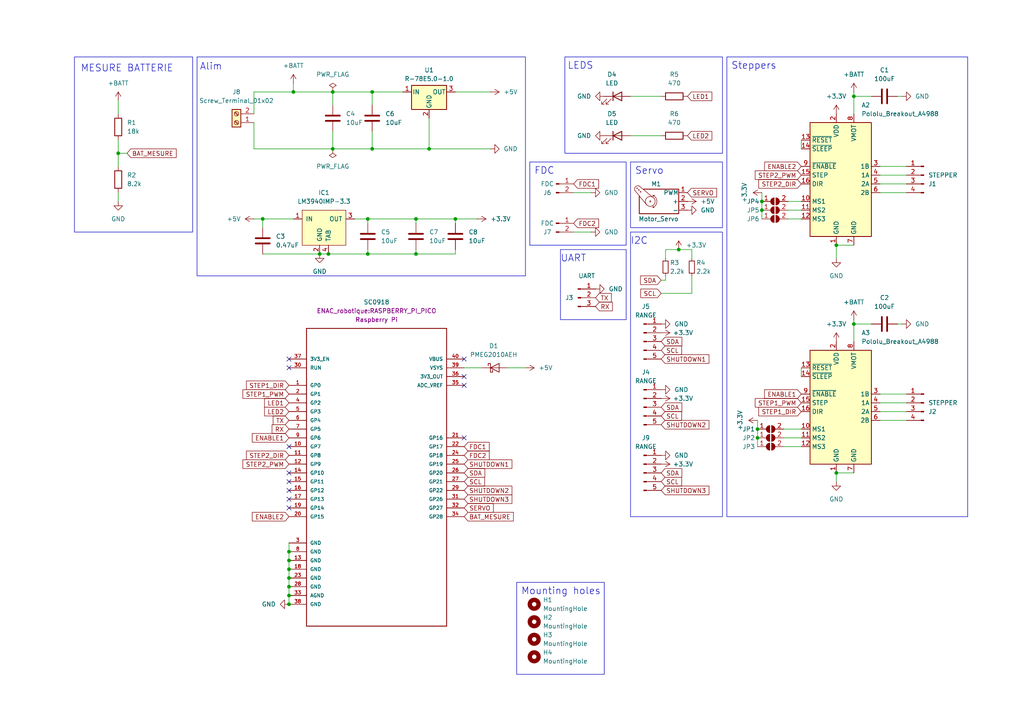
<source format=kicad_sch>
(kicad_sch (version 20231120) (generator "eeschema") (generator_version "8.0")
  (paper "A4")
  (lib_symbols
    (symbol "+3.3V_2" (power) (pin_numbers hide) (pin_names (offset 0) hide)
      (property "Value" "+3.3V" (at 0 3.556 0))
      (symbol "+3.3V_2_0_1"
        (polyline (pts (xy -0.762 1.27) (xy 0 2.54)))
        (polyline (pts (xy 0 0) (xy 0 2.54)))
        (polyline (pts (xy 0 2.54) (xy 0.762 1.27)))
      )
      (symbol "+3.3V_2_1_1"
        (pin power_in line (at 0 0 90) (length 0) (name "~") (number "1"))
      )
    )
    (symbol "Connector:Conn_01x02_Pin" (pin_names (offset 1.016) hide)
      (property "Reference" "J" (at 0 2.54 0))
      (property "Value" "Conn_01x02_Pin" (at 0 -5.08 0))
      (symbol "Conn_01x02_Pin_1_1"
        (polyline (pts (xy 1.27 -2.54) (xy 0.8636 -2.54)) (stroke (width 0.1524)))
        (polyline (pts (xy 1.27 0) (xy 0.8636 0)) (stroke (width 0.1524)))
        (rectangle (start 0.8636 -2.413) (end 0 -2.667) (stroke (width 0.1524)) (fill (type outline)))
        (rectangle (start 0.8636 0.127) (end 0 -0.127) (stroke (width 0.1524)) (fill (type outline)))
        (pin passive line (at 5.08 0 180) (length 3.81) (name "Pin_1") (number "1"))
        (pin passive line (at 5.08 -2.54 180) (length 3.81) (name "Pin_2") (number "2"))
      )
    )
    (symbol "Connector:Conn_01x03_Pin" (pin_names (offset 1.016) hide)
      (property "Reference" "J" (at 0 5.08 0))
      (property "Value" "Conn_01x03_Pin" (at 0 -5.08 0))
      (symbol "Conn_01x03_Pin_1_1"
        (polyline (pts (xy 1.27 -2.54) (xy 0.8636 -2.54)) (stroke (width 0.1524)))
        (polyline (pts (xy 1.27 0) (xy 0.8636 0)) (stroke (width 0.1524)))
        (polyline (pts (xy 1.27 2.54) (xy 0.8636 2.54)) (stroke (width 0.1524)))
        (rectangle (start 0.8636 -2.413) (end 0 -2.667) (stroke (width 0.1524)) (fill (type outline)))
        (rectangle (start 0.8636 0.127) (end 0 -0.127) (stroke (width 0.1524)) (fill (type outline)))
        (rectangle (start 0.8636 2.667) (end 0 2.413) (stroke (width 0.1524)) (fill (type outline)))
        (pin passive line (at 5.08 2.54 180) (length 3.81) (name "Pin_1") (number "1"))
        (pin passive line (at 5.08 0 180) (length 3.81) (name "Pin_2") (number "2"))
        (pin passive line (at 5.08 -2.54 180) (length 3.81) (name "Pin_3") (number "3"))
      )
    )
    (symbol "Connector:Conn_01x04_Pin" (pin_names (offset 1.016) hide)
      (property "Reference" "J" (at 0 5.08 0))
      (property "Value" "Conn_01x04_Pin" (at 0 -7.62 0))
      (symbol "Conn_01x04_Pin_1_1"
        (polyline (pts (xy 1.27 -5.08) (xy 0.8636 -5.08)) (stroke (width 0.1524)))
        (polyline (pts (xy 1.27 -2.54) (xy 0.8636 -2.54)) (stroke (width 0.1524)))
        (polyline (pts (xy 1.27 0) (xy 0.8636 0)) (stroke (width 0.1524)))
        (polyline (pts (xy 1.27 2.54) (xy 0.8636 2.54)) (stroke (width 0.1524)))
        (rectangle (start 0.8636 -4.953) (end 0 -5.207) (stroke (width 0.1524)) (fill (type outline)))
        (rectangle (start 0.8636 -2.413) (end 0 -2.667) (stroke (width 0.1524)) (fill (type outline)))
        (rectangle (start 0.8636 0.127) (end 0 -0.127) (stroke (width 0.1524)) (fill (type outline)))
        (rectangle (start 0.8636 2.667) (end 0 2.413) (stroke (width 0.1524)) (fill (type outline)))
        (pin passive line (at 5.08 2.54 180) (length 3.81) (name "Pin_1") (number "1"))
        (pin passive line (at 5.08 0 180) (length 3.81) (name "Pin_2") (number "2"))
        (pin passive line (at 5.08 -2.54 180) (length 3.81) (name "Pin_3") (number "3"))
        (pin passive line (at 5.08 -5.08 180) (length 3.81) (name "Pin_4") (number "4"))
      )
    )
    (symbol "Connector:Conn_01x05_Pin" (pin_names (offset 1.016) hide)
      (property "Reference" "J" (at 0 7.62 0))
      (property "Value" "Conn_01x05_Pin" (at 0 -7.62 0))
      (symbol "Conn_01x05_Pin_1_1"
        (polyline (pts (xy 1.27 -5.08) (xy 0.8636 -5.08)) (stroke (width 0.1524)))
        (polyline (pts (xy 1.27 -2.54) (xy 0.8636 -2.54)) (stroke (width 0.1524)))
        (polyline (pts (xy 1.27 0) (xy 0.8636 0)) (stroke (width 0.1524)))
        (polyline (pts (xy 1.27 2.54) (xy 0.8636 2.54)) (stroke (width 0.1524)))
        (polyline (pts (xy 1.27 5.08) (xy 0.8636 5.08)) (stroke (width 0.1524)))
        (rectangle (start 0.8636 -4.953) (end 0 -5.207) (stroke (width 0.1524)) (fill (type outline)))
        (rectangle (start 0.8636 -2.413) (end 0 -2.667) (stroke (width 0.1524)) (fill (type outline)))
        (rectangle (start 0.8636 0.127) (end 0 -0.127) (stroke (width 0.1524)) (fill (type outline)))
        (rectangle (start 0.8636 2.667) (end 0 2.413) (stroke (width 0.1524)) (fill (type outline)))
        (rectangle (start 0.8636 5.207) (end 0 4.953) (stroke (width 0.1524)) (fill (type outline)))
        (pin passive line (at 5.08 5.08 180) (length 3.81) (name "Pin_1") (number "1"))
        (pin passive line (at 5.08 2.54 180) (length 3.81) (name "Pin_2") (number "2"))
        (pin passive line (at 5.08 0 180) (length 3.81) (name "Pin_3") (number "3"))
        (pin passive line (at 5.08 -2.54 180) (length 3.81) (name "Pin_4") (number "4"))
        (pin passive line (at 5.08 -5.08 180) (length 3.81) (name "Pin_5") (number "5"))
      )
    )
    (symbol "Connector:Screw_Terminal_01x02" (pin_names (offset 1.016) hide)
      (property "Reference" "J" (at 0 2.54 0))
      (property "Value" "Screw_Terminal_01x02" (at 0 -5.08 0))
      (symbol "Screw_Terminal_01x02_1_1"
        (rectangle (start -1.27 1.27) (end 1.27 -3.81) (stroke (width 0.254)) (fill (type background)))
        (circle (center 0 -2.54) (radius 0.635) (stroke (width 0.1524)))
        (polyline (pts (xy -0.5334 -2.2098) (xy 0.3302 -3.048)) (stroke (width 0.1524)))
        (polyline (pts (xy -0.5334 0.3302) (xy 0.3302 -0.508)) (stroke (width 0.1524)))
        (polyline (pts (xy -0.3556 -2.032) (xy 0.508 -2.8702)) (stroke (width 0.1524)))
        (polyline (pts (xy -0.3556 0.508) (xy 0.508 -0.3302)) (stroke (width 0.1524)))
        (circle (center 0 0) (radius 0.635) (stroke (width 0.1524)))
        (pin passive line (at -5.08 0 0) (length 3.81) (name "Pin_1") (number "1"))
        (pin passive line (at -5.08 -2.54 0) (length 3.81) (name "Pin_2") (number "2"))
      )
    )
    (symbol "Device:C" (pin_numbers hide) (pin_names (offset 0.254))
      (property "Reference" "C" (at 0.635 2.54 0))
      (property "Value" "C" (at 0.635 -2.54 0))
      (symbol "C_0_1"
        (polyline (pts (xy -2.032 -0.762) (xy 2.032 -0.762)) (stroke (width 0.508)))
        (polyline (pts (xy -2.032 0.762) (xy 2.032 0.762)) (stroke (width 0.508)))
      )
      (symbol "C_1_1"
        (pin passive line (at 0 3.81 270) (length 2.794) (name "~") (number "1"))
        (pin passive line (at 0 -3.81 90) (length 2.794) (name "~") (number "2"))
      )
    )
    (symbol "Device:LED" (pin_numbers hide) (pin_names (offset 1.016) hide)
      (property "Reference" "D" (at 0 2.54 0))
      (property "Value" "LED" (at 0 -2.54 0))
      (symbol "LED_0_1"
        (polyline (pts (xy -1.27 -1.27) (xy -1.27 1.27)) (stroke (width 0.254)))
        (polyline (pts (xy -1.27 0) (xy 1.27 0)))
        (polyline (pts (xy 1.27 -1.27) (xy 1.27 1.27) (xy -1.27 0) (xy 1.27 -1.27)) (stroke (width 0.254)))
        (polyline (pts (xy -3.048 -0.762) (xy -4.572 -2.286) (xy -3.81 -2.286) (xy -4.572 -2.286) (xy -4.572 -1.524)))
        (polyline (pts (xy -1.778 -0.762) (xy -3.302 -2.286) (xy -2.54 -2.286) (xy -3.302 -2.286) (xy -3.302 -1.524)))
      )
      (symbol "LED_1_1"
        (pin passive line (at -3.81 0 0) (length 2.54) (name "K") (number "1"))
        (pin passive line (at 3.81 0 180) (length 2.54) (name "A") (number "2"))
      )
    )
    (symbol "Device:R" (pin_numbers hide) (pin_names (offset 0))
      (property "Reference" "R" (at 2.032 0 90))
      (property "Value" "R" (at 0 0 90))
      (symbol "R_0_1"
        (rectangle (start -1.016 -2.54) (end 1.016 2.54) (stroke (width 0.254)))
      )
      (symbol "R_1_1"
        (pin passive line (at 0 3.81 270) (length 1.27) (name "~") (number "1"))
        (pin passive line (at 0 -3.81 90) (length 1.27) (name "~") (number "2"))
      )
    )
    (symbol "Device:R_Small" (pin_numbers hide) (pin_names (offset 0.254) hide)
      (property "Reference" "R" (at 0.762 0.508 0))
      (property "Value" "R_Small" (at 0.762 -1.016 0))
      (symbol "R_Small_0_1"
        (rectangle (start -0.762 1.778) (end 0.762 -1.778) (stroke (width 0.2032)))
      )
      (symbol "R_Small_1_1"
        (pin passive line (at 0 2.54 270) (length 0.762) (name "~") (number "1"))
        (pin passive line (at 0 -2.54 90) (length 0.762) (name "~") (number "2"))
      )
    )
    (symbol "Diode:PMEG2010AEH" (pin_numbers hide) (pin_names hide)
      (property "Reference" "D" (at 0 2.54 0))
      (property "Value" "PMEG2010AEH" (at 0 -2.54 0))
      (symbol "PMEG2010AEH_0_1"
        (polyline (pts (xy 1.27 0) (xy -1.27 0)))
        (polyline (pts (xy 1.27 1.27) (xy 1.27 -1.27) (xy -1.27 0) (xy 1.27 1.27)) (stroke (width 0.2032)))
        (polyline (pts (xy -1.905 0.635) (xy -1.905 1.27) (xy -1.27 1.27) (xy -1.27 -1.27) (xy -0.635 -1.27) (xy -0.635 -0.635)) (stroke (width 0.2032)))
      )
      (symbol "PMEG2010AEH_1_1"
        (pin passive line (at -3.81 0 0) (length 2.54) (name "K") (number "1"))
        (pin passive line (at 3.81 0 180) (length 2.54) (name "A") (number "2"))
      )
    )
    (symbol "Driver_Motor:Pololu_Breakout_A4988"
      (property "Reference" "A" (at -2.54 19.05 0))
      (property "Value" "Pololu_Breakout_A4988" (at -2.54 16.51 0))
      (symbol "Pololu_Breakout_A4988_0_1"
        (rectangle (start 10.16 -17.78) (end -7.62 15.24) (stroke (width 0.254)) (fill (type background)))
      )
      (symbol "Pololu_Breakout_A4988_1_1"
        (pin power_in line (at 0 -20.32 90) (length 2.54) (name "GND") (number "1"))
        (pin input line (at -10.16 -7.62 0) (length 2.54) (name "MS1") (number "10"))
        (pin input line (at -10.16 -10.16 0) (length 2.54) (name "MS2") (number "11"))
        (pin input line (at -10.16 -12.7 0) (length 2.54) (name "MS3") (number "12"))
        (pin input line (at -10.16 10.16 0) (length 2.54) (name "~{RESET}") (number "13"))
        (pin input line (at -10.16 7.62 0) (length 2.54) (name "~{SLEEP}") (number "14"))
        (pin input line (at -10.16 0 0) (length 2.54) (name "STEP") (number "15"))
        (pin input line (at -10.16 -2.54 0) (length 2.54) (name "DIR") (number "16"))
        (pin power_in line (at 0 17.78 270) (length 2.54) (name "VDD") (number "2"))
        (pin output line (at 12.7 2.54 180) (length 2.54) (name "1B") (number "3"))
        (pin output line (at 12.7 0 180) (length 2.54) (name "1A") (number "4"))
        (pin output line (at 12.7 -2.54 180) (length 2.54) (name "2A") (number "5"))
        (pin output line (at 12.7 -5.08 180) (length 2.54) (name "2B") (number "6"))
        (pin power_in line (at 5.08 -20.32 90) (length 2.54) (name "GND") (number "7"))
        (pin power_in line (at 5.08 17.78 270) (length 2.54) (name "VMOT") (number "8"))
        (pin input line (at -10.16 2.54 0) (length 2.54) (name "~{ENABLE}") (number "9"))
      )
    )
    (symbol "ENAC_robotique:LM3940IMP-3.3" (pin_names (offset 1.016))
      (property "Reference" "IC" (at -1.27 6.35 0))
      (property "Value" "LM3940IMP-3.3" (at -7.62 3.81 0))
      (symbol "LM3940IMP-3.3_0_1"
        (rectangle (start -5.08 2.54) (end 7.62 -7.62) (stroke (width 0.1524)) (fill (type background)))
        (rectangle (start 5.08 2.54) (end 5.08 2.54))
      )
      (symbol "LM3940IMP-3.3_1_1"
        (pin power_in line (at -7.62 0 0) (length 2.54) (name "IN") (number "1"))
        (pin power_in line (at 0 -10.16 90) (length 2.54) (name "GND") (number "2"))
        (pin power_out line (at 10.16 0 180) (length 2.54) (name "OUT") (number "3"))
        (pin passive line (at 2.54 -10.16 90) (length 2.54) (name "TAB") (number "4"))
      )
    )
    (symbol "Jumper:SolderJumper_2_Open" (pin_names (offset 0) hide)
      (property "Reference" "JP" (at 0 2.032 0))
      (property "Value" "SolderJumper_2_Open" (at 0 -2.54 0))
      (symbol "SolderJumper_2_Open_0_1"
        (arc (start -0.254 1.016) (mid -1.2656 0) (end -0.254 -1.016))
        (arc (start -0.254 1.016) (mid -1.2656 0) (end -0.254 -1.016) (fill (type outline)))
        (polyline (pts (xy -0.254 1.016) (xy -0.254 -1.016)))
        (polyline (pts (xy 0.254 1.016) (xy 0.254 -1.016)))
        (arc (start 0.254 -1.016) (mid 1.2656 0) (end 0.254 1.016))
        (arc (start 0.254 -1.016) (mid 1.2656 0) (end 0.254 1.016) (fill (type outline)))
      )
      (symbol "SolderJumper_2_Open_1_1"
        (pin passive line (at -3.81 0 0) (length 2.54) (name "A") (number "1"))
        (pin passive line (at 3.81 0 180) (length 2.54) (name "B") (number "2"))
      )
    )
    (symbol "Mechanical:MountingHole" (pin_names (offset 1.016))
      (property "Reference" "H" (at 0 5.08 0))
      (property "Value" "MountingHole" (at 0 3.175 0))
      (symbol "MountingHole_0_1"
        (circle (center 0 0) (radius 1.27) (stroke (width 1.27)))
      )
    )
    (symbol "Motor:Motor_Servo" (pin_names (offset 0.0254))
      (property "Reference" "M" (at -5.08 4.445 0))
      (property "Value" "Motor_Servo" (at -5.08 -4.064 0))
      (symbol "Motor_Servo_0_1"
        (polyline (pts (xy 2.413 -1.778) (xy 2.032 -1.778)))
        (polyline (pts (xy 2.413 -1.778) (xy 2.286 -1.397)))
        (polyline (pts (xy 2.413 1.778) (xy 1.905 1.778)))
        (polyline (pts (xy 2.413 1.778) (xy 2.286 1.397)))
        (polyline (pts (xy 6.35 4.445) (xy 2.54 1.27)))
        (polyline (pts (xy 7.62 3.175) (xy 4.191 -1.016)))
        (polyline (pts (xy 5.08 3.556) (xy -5.08 3.556) (xy -5.08 -3.556) (xy 6.35 -3.556) (xy 6.35 1.524)) (stroke (width 0.254)))
        (arc (start 2.413 1.778) (mid 1.2406 0) (end 2.413 -1.778))
        (circle (center 3.175 0) (radius 0.1778))
        (circle (center 3.175 0) (radius 1.4224))
        (circle (center 5.969 2.794) (radius 0.127))
        (circle (center 6.477 3.302) (radius 0.127))
        (circle (center 6.985 3.81) (radius 0.127))
        (arc (start 7.62 3.175) (mid 7.4485 4.2735) (end 6.35 4.445))
      )
      (symbol "Motor_Servo_1_1"
        (pin passive line (at -7.62 2.54 0) (length 2.54) (name "PWM") (number "1"))
        (pin passive line (at -7.62 0 0) (length 2.54) (name "+") (number "2"))
        (pin passive line (at -7.62 -2.54 0) (length 2.54) (name "-") (number "3"))
      )
    )
    (symbol "Raspberry_Pi_Pico_W_SC0918:SC0918" (pin_names (offset 1.016))
      (property "Reference" "A1" (at 0 58.42 0))
      (property "Value" "SC0918" (at 0 55.88 0))
      (property "Footprint" "ENAC_robotique:RASPBERRY_PI_PICO" (at -12.7 -46.99 0))
      (property "manufacturer" "Raspberry Pi" (at 0 53.34 0))
      (symbol "SC0918_0_0"
        (rectangle (start -20.32 -43.18) (end 20.32 43.18) (stroke (width 0.254)))
        (pin bidirectional line (at -25.4 26.67 0) (length 5.08) (name "GP0") (number "1"))
        (pin bidirectional line (at -25.4 8.89 0) (length 5.08) (name "GP7") (number "10"))
        (pin bidirectional line (at -25.4 6.35 0) (length 5.08) (name "GP8") (number "11"))
        (pin bidirectional line (at -25.4 3.81 0) (length 5.08) (name "GP9") (number "12"))
        (pin power_in line (at -25.4 -24.13 0) (length 5.08) (name "GND") (number "13"))
        (pin bidirectional line (at -25.4 1.27 0) (length 5.08) (name "GP10") (number "14"))
        (pin bidirectional line (at -25.4 -1.27 0) (length 5.08) (name "GP11") (number "15"))
        (pin bidirectional line (at -25.4 -3.81 0) (length 5.08) (name "GP12") (number "16"))
        (pin bidirectional line (at -25.4 -6.35 0) (length 5.08) (name "GP13") (number "17"))
        (pin power_in line (at -25.4 -26.67 0) (length 5.08) (name "GND") (number "18"))
        (pin bidirectional line (at -25.4 -8.89 0) (length 5.08) (name "GP14") (number "19"))
        (pin bidirectional line (at -25.4 24.13 0) (length 5.08) (name "GP1") (number "2"))
        (pin bidirectional line (at -25.4 -11.43 0) (length 5.08) (name "GP15") (number "20"))
        (pin bidirectional line (at 25.4 11.43 180) (length 5.08) (name "GP16") (number "21"))
        (pin bidirectional line (at 25.4 8.89 180) (length 5.08) (name "GP17") (number "22"))
        (pin power_in line (at -25.4 -29.21 0) (length 5.08) (name "GND") (number "23"))
        (pin bidirectional line (at 25.4 6.35 180) (length 5.08) (name "GP18") (number "24"))
        (pin bidirectional line (at 25.4 3.81 180) (length 5.08) (name "GP19") (number "25"))
        (pin bidirectional line (at 25.4 1.27 180) (length 5.08) (name "GP20") (number "26"))
        (pin bidirectional line (at 25.4 -1.27 180) (length 5.08) (name "GP21") (number "27"))
        (pin power_in line (at -25.4 -31.75 0) (length 5.08) (name "GND") (number "28"))
        (pin bidirectional line (at 25.4 -3.81 180) (length 5.08) (name "GP22") (number "29"))
        (pin power_in line (at -25.4 -19.05 0) (length 5.08) (name "GND") (number "3"))
        (pin input line (at -25.4 31.75 0) (length 5.08) (name "RUN") (number "30"))
        (pin bidirectional line (at 25.4 -6.35 180) (length 5.08) (name "GP26") (number "31"))
        (pin bidirectional line (at 25.4 -8.89 180) (length 5.08) (name "GP27") (number "32"))
        (pin power_in line (at -25.4 -34.29 0) (length 5.08) (name "AGND") (number "33"))
        (pin bidirectional line (at 25.4 -11.43 180) (length 5.08) (name "GP28") (number "34"))
        (pin power_in line (at 25.4 26.67 180) (length 5.08) (name "ADC_VREF") (number "35"))
        (pin power_in line (at 25.4 29.21 180) (length 5.08) (name "3V3_OUT") (number "36"))
        (pin input line (at -25.4 34.29 0) (length 5.08) (name "3V3_EN") (number "37"))
        (pin power_in line (at -25.4 -36.83 0) (length 5.08) (name "GND") (number "38"))
        (pin free line (at 25.4 31.75 180) (length 5.08) (name "VSYS") (number "39"))
        (pin bidirectional line (at -25.4 21.59 0) (length 5.08) (name "GP2") (number "4"))
        (pin free line (at 25.4 34.29 180) (length 5.08) (name "VBUS") (number "40"))
        (pin bidirectional line (at -25.4 19.05 0) (length 5.08) (name "GP3") (number "5"))
        (pin bidirectional line (at -25.4 16.51 0) (length 5.08) (name "GP4") (number "6"))
        (pin bidirectional line (at -25.4 13.97 0) (length 5.08) (name "GP5") (number "7"))
        (pin power_in line (at -25.4 -21.59 0) (length 5.08) (name "GND") (number "8"))
        (pin bidirectional line (at -25.4 11.43 0) (length 5.08) (name "GP6") (number "9"))
      )
    )
    (symbol "Regulator_Switching:R-78E5.0-1.0" (pin_names (offset 0.254))
      (property "Reference" "U" (at -3.81 3.175 0))
      (property "Value" "R-78E5.0-1.0" (at 0 3.175 0))
      (symbol "R-78E5.0-1.0_0_1"
        (rectangle (start -5.08 1.905) (end 5.08 -5.08) (stroke (width 0.254)) (fill (type background)))
      )
      (symbol "R-78E5.0-1.0_1_1"
        (pin power_in line (at -7.62 0 0) (length 2.54) (name "IN") (number "1"))
        (pin power_in line (at 0 -7.62 90) (length 2.54) (name "GND") (number "2"))
        (pin power_out line (at 7.62 0 180) (length 2.54) (name "OUT") (number "3"))
      )
    )
    (symbol "power:+3.3V" (power) (pin_names (offset 0))
      (property "Value" "+3.3V" (at 0 3.556 0))
      (symbol "+3.3V_0_1"
        (polyline (pts (xy -0.762 1.27) (xy 0 2.54)))
        (polyline (pts (xy 0 0) (xy 0 2.54)))
        (polyline (pts (xy 0 2.54) (xy 0.762 1.27)))
      )
      (symbol "+3.3V_1_1"
        (pin power_in line (at 0 0 90) (length 0) hide (name "+3.3V") (number "1"))
      )
    )
    (symbol "power:+5V" (power) (pin_numbers hide) (pin_names (offset 0) hide)
      (property "Value" "+5V" (at 0 3.556 0))
      (symbol "+5V_0_1"
        (polyline (pts (xy -0.762 1.27) (xy 0 2.54)))
        (polyline (pts (xy 0 0) (xy 0 2.54)))
        (polyline (pts (xy 0 2.54) (xy 0.762 1.27)))
      )
      (symbol "+5V_1_1"
        (pin power_in line (at 0 0 90) (length 0) (name "~") (number "1"))
      )
    )
    (symbol "power:+BATT" (power) (pin_numbers hide) (pin_names (offset 0) hide)
      (property "Value" "+BATT" (at 0 3.556 0))
      (symbol "+BATT_0_1"
        (polyline (pts (xy -0.762 1.27) (xy 0 2.54)))
        (polyline (pts (xy 0 0) (xy 0 2.54)))
        (polyline (pts (xy 0 2.54) (xy 0.762 1.27)))
      )
      (symbol "+BATT_1_1"
        (pin power_in line (at 0 0 90) (length 0) (name "~") (number "1"))
      )
    )
    (symbol "power:GND" (power) (pin_numbers hide) (pin_names (offset 0) hide)
      (property "Value" "GND" (at 0 -3.81 0))
      (symbol "GND_0_1"
        (polyline (pts (xy 0 0) (xy 0 -1.27) (xy 1.27 -1.27) (xy 0 -2.54) (xy -1.27 -1.27) (xy 0 -1.27)))
      )
      (symbol "GND_1_1"
        (pin power_in line (at 0 0 270) (length 0) (name "~") (number "1"))
      )
    )
    (symbol "power:PWR_FLAG" (power) (pin_numbers hide) (pin_names (offset 0) hide)
      (property "Value" "PWR_FLAG" (at 0 3.81 0))
      (symbol "PWR_FLAG_0_0"
        (pin power_out line (at 0 0 90) (length 0) (name "pwr") (number "1"))
      )
      (symbol "PWR_FLAG_0_1"
        (polyline (pts (xy 0 0) (xy 0 1.27) (xy -1.016 1.905) (xy 0 2.54) (xy 1.016 1.905) (xy 0 1.27)))
      )
    )
  )
  (junction (at 107.95 26.67))
  (junction (at 219.71 127))
  (junction (at 83.82 160.02))
  (junction (at 83.82 172.72))
  (junction (at 92.71 73.66))
  (junction (at 220.98 58.42))
  (junction (at 107.95 43.18))
  (junction (at 95.25 73.66))
  (junction (at 120.65 73.66))
  (junction (at 242.57 137.16))
  (junction (at 34.29 44.45))
  (junction (at 120.65 63.5))
  (junction (at 219.71 124.46))
  (junction (at 247.65 93.98))
  (junction (at 96.52 26.67))
  (junction (at 220.98 60.96))
  (junction (at 83.82 165.1))
  (junction (at 247.65 27.94))
  (junction (at 106.68 73.66))
  (junction (at 196.85 72.39))
  (junction (at 106.68 63.5))
  (junction (at 124.46 43.18))
  (junction (at 132.08 63.5))
  (junction (at 83.82 162.56))
  (junction (at 85.09 26.67))
  (junction (at 96.52 43.18))
  (junction (at 83.82 167.64))
  (junction (at 242.57 71.12))
  (junction (at 83.82 175.26))
  (junction (at 76.2 63.5))
  (junction (at 83.82 170.18))
  (no_connect (at 83.82 144.78))
  (no_connect (at 83.82 104.14))
  (no_connect (at 83.82 129.54))
  (no_connect (at 83.82 106.68))
  (no_connect (at 83.82 139.7))
  (no_connect (at 134.62 127))
  (no_connect (at 83.82 142.24))
  (no_connect (at 83.82 147.32))
  (no_connect (at 134.62 111.76))
  (no_connect (at 83.82 137.16))
  (no_connect (at 134.62 109.22))
  (no_connect (at 134.62 104.14))
  (wire (pts (xy 107.95 43.18) (xy 124.46 43.18)))
  (wire (pts (xy 193.04 72.39) (xy 196.85 72.39)))
  (wire (pts (xy 106.68 73.66) (xy 95.25 73.66)))
  (wire (pts (xy 166.37 55.88) (xy 171.45 55.88)))
  (wire (pts (xy 193.04 74.93) (xy 193.04 72.39)))
  (wire (pts (xy 96.52 43.18) (xy 107.95 43.18)))
  (wire (pts (xy 200.66 85.09) (xy 200.66 80.01)))
  (wire (pts (xy 34.29 44.45) (xy 36.83 44.45)))
  (wire (pts (xy 166.37 67.31) (xy 171.45 67.31)))
  (wire (pts (xy 152.4 106.68) (xy 147.32 106.68)))
  (wire (pts (xy 107.95 38.1) (xy 107.95 43.18)))
  (wire (pts (xy 106.68 63.5) (xy 106.68 64.77)))
  (wire (pts (xy 83.82 157.48) (xy 83.82 160.02)))
  (wire (pts (xy 219.71 127) (xy 219.71 129.54)))
  (wire (pts (xy 242.57 137.16) (xy 247.65 137.16)))
  (wire (pts (xy 255.27 119.38) (xy 262.89 119.38)))
  (wire (pts (xy 83.82 167.64) (xy 83.82 170.18)))
  (wire (pts (xy 96.52 30.48) (xy 96.52 26.67)))
  (wire (pts (xy 83.82 160.02) (xy 83.82 162.56)))
  (wire (pts (xy 227.33 127) (xy 232.41 127)))
  (wire (pts (xy 200.66 74.93) (xy 200.66 72.39)))
  (wire (pts (xy 85.09 24.13) (xy 85.09 26.67)))
  (wire (pts (xy 85.09 26.67) (xy 96.52 26.67)))
  (wire (pts (xy 261.62 93.98) (xy 260.35 93.98)))
  (wire (pts (xy 120.65 72.39) (xy 120.65 73.66)))
  (wire (pts (xy 139.7 106.68) (xy 134.62 106.68)))
  (wire (pts (xy 73.66 43.18) (xy 96.52 43.18)))
  (wire (pts (xy 252.73 93.98) (xy 247.65 93.98)))
  (wire (pts (xy 73.66 26.67) (xy 85.09 26.67)))
  (wire (pts (xy 76.2 63.5) (xy 76.2 66.04)))
  (wire (pts (xy 220.98 60.96) (xy 220.98 63.5)))
  (wire (pts (xy 220.98 55.88) (xy 220.98 58.42)))
  (wire (pts (xy 228.6 63.5) (xy 232.41 63.5)))
  (wire (pts (xy 76.2 73.66) (xy 92.71 73.66)))
  (wire (pts (xy 227.33 124.46) (xy 232.41 124.46)))
  (wire (pts (xy 132.08 63.5) (xy 120.65 63.5)))
  (wire (pts (xy 34.29 29.21) (xy 34.29 33.02)))
  (wire (pts (xy 34.29 48.26) (xy 34.29 44.45)))
  (wire (pts (xy 191.77 81.28) (xy 193.04 81.28)))
  (wire (pts (xy 228.6 58.42) (xy 232.41 58.42)))
  (wire (pts (xy 255.27 48.26) (xy 262.89 48.26)))
  (wire (pts (xy 255.27 114.3) (xy 262.89 114.3)))
  (wire (pts (xy 83.82 162.56) (xy 83.82 165.1)))
  (wire (pts (xy 83.82 172.72) (xy 83.82 175.26)))
  (wire (pts (xy 260.35 27.94) (xy 261.62 27.94)))
  (wire (pts (xy 107.95 26.67) (xy 116.84 26.67)))
  (wire (pts (xy 247.65 27.94) (xy 247.65 33.02)))
  (wire (pts (xy 255.27 50.8) (xy 262.89 50.8)))
  (wire (pts (xy 76.2 63.5) (xy 85.09 63.5)))
  (wire (pts (xy 242.57 137.16) (xy 242.57 139.7)))
  (wire (pts (xy 247.65 26.67) (xy 247.65 27.94)))
  (wire (pts (xy 138.43 63.5) (xy 132.08 63.5)))
  (wire (pts (xy 83.82 165.1) (xy 83.82 167.64)))
  (wire (pts (xy 73.66 35.56) (xy 73.66 43.18)))
  (wire (pts (xy 132.08 26.67) (xy 142.24 26.67)))
  (wire (pts (xy 247.65 92.71) (xy 247.65 93.98)))
  (wire (pts (xy 228.6 60.96) (xy 232.41 60.96)))
  (wire (pts (xy 132.08 73.66) (xy 120.65 73.66)))
  (wire (pts (xy 92.71 73.66) (xy 95.25 73.66)))
  (wire (pts (xy 200.66 72.39) (xy 196.85 72.39)))
  (wire (pts (xy 227.33 129.54) (xy 232.41 129.54)))
  (wire (pts (xy 255.27 53.34) (xy 262.89 53.34)))
  (wire (pts (xy 219.71 121.92) (xy 219.71 124.46)))
  (wire (pts (xy 220.98 58.42) (xy 220.98 60.96)))
  (wire (pts (xy 34.29 44.45) (xy 34.29 40.64)))
  (wire (pts (xy 120.65 63.5) (xy 120.65 64.77)))
  (wire (pts (xy 83.82 170.18) (xy 83.82 172.72)))
  (wire (pts (xy 232.41 106.68) (xy 232.41 109.22)))
  (wire (pts (xy 124.46 43.18) (xy 124.46 34.29)))
  (wire (pts (xy 132.08 63.5) (xy 132.08 64.77)))
  (wire (pts (xy 255.27 55.88) (xy 262.89 55.88)))
  (wire (pts (xy 232.41 40.64) (xy 232.41 43.18)))
  (wire (pts (xy 106.68 72.39) (xy 106.68 73.66)))
  (wire (pts (xy 242.57 71.12) (xy 242.57 74.93)))
  (wire (pts (xy 132.08 72.39) (xy 132.08 73.66)))
  (wire (pts (xy 247.65 93.98) (xy 247.65 99.06)))
  (wire (pts (xy 120.65 63.5) (xy 106.68 63.5)))
  (wire (pts (xy 182.88 39.37) (xy 191.77 39.37)))
  (wire (pts (xy 96.52 38.1) (xy 96.52 43.18)))
  (wire (pts (xy 73.66 63.5) (xy 76.2 63.5)))
  (wire (pts (xy 242.57 71.12) (xy 247.65 71.12)))
  (wire (pts (xy 252.73 27.94) (xy 247.65 27.94)))
  (wire (pts (xy 255.27 116.84) (xy 262.89 116.84)))
  (wire (pts (xy 120.65 73.66) (xy 106.68 73.66)))
  (wire (pts (xy 255.27 121.92) (xy 262.89 121.92)))
  (wire (pts (xy 107.95 26.67) (xy 107.95 30.48)))
  (wire (pts (xy 193.04 81.28) (xy 193.04 80.01)))
  (wire (pts (xy 34.29 55.88) (xy 34.29 58.42)))
  (wire (pts (xy 182.88 27.94) (xy 191.77 27.94)))
  (wire (pts (xy 106.68 63.5) (xy 102.87 63.5)))
  (wire (pts (xy 219.71 124.46) (xy 219.71 127)))
  (wire (pts (xy 191.77 85.09) (xy 200.66 85.09)))
  (wire (pts (xy 73.66 26.67) (xy 73.66 33.02)))
  (wire (pts (xy 96.52 26.67) (xy 107.95 26.67)))
  (wire (pts (xy 124.46 43.18) (xy 142.24 43.18)))
  (rectangle (start 149.86 168.91) (end 175.26 195.58))
  (rectangle (start 210.82 16.51) (end 280.67 149.86))
  (rectangle (start 153.67 46.99) (end 181.61 71.12))
  (rectangle (start 21.59 16.51) (end 55.88 67.31))
  (rectangle (start 57.15 16.51) (end 152.4 80.01))
  (rectangle (start 182.88 67.31) (end 209.55 149.86))
  (rectangle (start 162.56 72.39) (end 181.61 92.71))
  (rectangle (start 182.88 46.99) (end 209.55 66.04))
  (rectangle (start 163.83 16.51) (end 209.55 44.45))
  (text "Steppers" (at 212.09 20.32 0) (effects (font (size 2 2)) (justify left bottom)))
  (text "FDC" (at 154.94 50.8 0) (effects (font (size 2 2)) (justify left bottom)))
  (text "I2C" (at 182.88 71.12 0) (effects (font (size 2 2)) (justify left bottom)))
  (text "LEDS" (at 164.592 20.32 0) (effects (font (size 2 2)) (justify left bottom)))
  (text "Alim" (at 57.912 20.574 0) (effects (font (size 2 2)) (justify left bottom)))
  (text "Servo" (at 184.15 50.8 0) (effects (font (size 2 2)) (justify left bottom)))
  (text "UART" (at 162.56 76.2 0) (effects (font (size 2 2)) (justify left bottom)))
  (text "Mounting holes" (at 151.13 172.72 0) (effects (font (size 2 2)) (justify left bottom)))
  (text "MESURE BATTERIE" (at 23.368 21.082 0) (effects (font (size 2 2)) (justify left bottom)))
  (global_label "FDC1" (shape input) (at 166.37 53.34 0) (property "Intersheetrefs" "${INTERSHEET_REFS}" (effects (hide yes))))
  (global_label "SDA" (shape input) (at 191.77 118.11 0) (property "Intersheetrefs" "${INTERSHEET_REFS}" (effects (hide yes))))
  (global_label "FDC1" (shape input) (at 134.62 129.54 0) (property "Intersheetrefs" "${INTERSHEET_REFS}" (effects (hide yes))))
  (global_label "STEP2_PWM" (shape input) (at 83.82 134.62 180) (property "Intersheetrefs" "${INTERSHEET_REFS}" (effects (hide yes))))
  (global_label "SCL" (shape input) (at 191.77 85.09 180) (property "Intersheetrefs" "${INTERSHEET_REFS}" (effects (hide yes))))
  (global_label "SHUTDOWN1" (shape input) (at 191.77 104.14 0) (property "Intersheetrefs" "${INTERSHEET_REFS}" (effects (hide yes))))
  (global_label "STEP1_DIR" (shape input) (at 232.41 119.38 180) (property "Intersheetrefs" "${INTERSHEET_REFS}" (effects (hide yes))))
  (global_label "ENABLE2" (shape input) (at 83.82 149.86 180) (property "Intersheetrefs" "${INTERSHEET_REFS}" (effects (hide yes))))
  (global_label "SHUTDOWN2" (shape input) (at 134.62 142.24 0) (property "Intersheetrefs" "${INTERSHEET_REFS}" (effects (hide yes))))
  (global_label "SHUTDOWN3" (shape input) (at 134.62 144.78 0) (property "Intersheetrefs" "${INTERSHEET_REFS}" (effects (hide yes))))
  (global_label "SERVO" (shape input) (at 199.39 55.88 0) (property "Intersheetrefs" "${INTERSHEET_REFS}" (effects (hide yes))))
  (global_label "STEP2_DIR" (shape input) (at 232.41 53.34 180) (property "Intersheetrefs" "${INTERSHEET_REFS}" (effects (hide yes))))
  (global_label "SCL" (shape input) (at 191.77 101.6 0) (property "Intersheetrefs" "${INTERSHEET_REFS}" (effects (hide yes))))
  (global_label "LED2" (shape input) (at 199.39 39.37 0) (property "Intersheetrefs" "${INTERSHEET_REFS}" (effects (hide yes))))
  (global_label "FDC2" (shape input) (at 166.37 64.77 0) (property "Intersheetrefs" "${INTERSHEET_REFS}" (effects (hide yes))))
  (global_label "SDA" (shape input) (at 134.62 137.16 0) (property "Intersheetrefs" "${INTERSHEET_REFS}" (effects (hide yes))))
  (global_label "SDA" (shape input) (at 191.77 99.06 0) (property "Intersheetrefs" "${INTERSHEET_REFS}" (effects (hide yes))))
  (global_label "ENABLE1" (shape input) (at 83.82 127 180) (property "Intersheetrefs" "${INTERSHEET_REFS}" (effects (hide yes))))
  (global_label "SHUTDOWN2" (shape input) (at 191.77 123.19 0) (property "Intersheetrefs" "${INTERSHEET_REFS}" (effects (hide yes))))
  (global_label "FDC2" (shape input) (at 134.62 132.08 0) (property "Intersheetrefs" "${INTERSHEET_REFS}" (effects (hide yes))))
  (global_label "STEP2_DIR" (shape input) (at 83.82 132.08 180) (property "Intersheetrefs" "${INTERSHEET_REFS}" (effects (hide yes))))
  (global_label "SCL" (shape input) (at 191.77 120.65 0) (property "Intersheetrefs" "${INTERSHEET_REFS}" (effects (hide yes))))
  (global_label "SHUTDOWN3" (shape input) (at 191.77 142.24 0) (property "Intersheetrefs" "${INTERSHEET_REFS}" (effects (hide yes))))
  (global_label "SDA" (shape input) (at 191.77 81.28 180) (property "Intersheetrefs" "${INTERSHEET_REFS}" (effects (hide yes))))
  (global_label "SHUTDOWN1" (shape input) (at 134.62 134.62 0) (property "Intersheetrefs" "${INTERSHEET_REFS}" (effects (hide yes))))
  (global_label "STEP2_PWM" (shape input) (at 232.41 50.8 180) (property "Intersheetrefs" "${INTERSHEET_REFS}" (effects (hide yes))))
  (global_label "RX" (shape input) (at 172.72 88.9 0) (property "Intersheetrefs" "${INTERSHEET_REFS}" (effects (hide yes))))
  (global_label "TX" (shape input) (at 83.82 121.92 180) (property "Intersheetrefs" "${INTERSHEET_REFS}" (effects (hide yes))))
  (global_label "RX" (shape input) (at 83.82 124.46 180) (property "Intersheetrefs" "${INTERSHEET_REFS}" (effects (hide yes))))
  (global_label "STEP1_PWM" (shape input) (at 83.82 114.3 180) (property "Intersheetrefs" "${INTERSHEET_REFS}" (effects (hide yes))))
  (global_label "TX" (shape input) (at 172.72 86.36 0) (property "Intersheetrefs" "${INTERSHEET_REFS}" (effects (hide yes))))
  (global_label "BAT_MESURE" (shape input) (at 36.83 44.45 0) (property "Intersheetrefs" "${INTERSHEET_REFS}" (effects (hide yes))))
  (global_label "STEP1_PWM" (shape input) (at 232.41 116.84 180) (property "Intersheetrefs" "${INTERSHEET_REFS}" (effects (hide yes))))
  (global_label "STEP1_DIR" (shape input) (at 83.82 111.76 180) (property "Intersheetrefs" "${INTERSHEET_REFS}" (effects (hide yes))))
  (global_label "ENABLE1" (shape input) (at 232.41 114.3 180) (property "Intersheetrefs" "${INTERSHEET_REFS}" (effects (hide yes))))
  (global_label "BAT_MESURE" (shape input) (at 134.62 149.86 0) (property "Intersheetrefs" "${INTERSHEET_REFS}" (effects (hide yes))))
  (global_label "LED1" (shape input) (at 83.82 116.84 180) (property "Intersheetrefs" "${INTERSHEET_REFS}" (effects (hide yes))))
  (global_label "SCL" (shape input) (at 134.62 139.7 0) (property "Intersheetrefs" "${INTERSHEET_REFS}" (effects (hide yes))))
  (global_label "SERVO" (shape input) (at 134.62 147.32 0) (property "Intersheetrefs" "${INTERSHEET_REFS}" (effects (hide yes))))
  (global_label "SDA" (shape input) (at 191.77 137.16 0) (property "Intersheetrefs" "${INTERSHEET_REFS}" (effects (hide yes))))
  (global_label "LED1" (shape input) (at 199.39 27.94 0) (property "Intersheetrefs" "${INTERSHEET_REFS}" (effects (hide yes))))
  (global_label "SCL" (shape input) (at 191.77 139.7 0) (property "Intersheetrefs" "${INTERSHEET_REFS}" (effects (hide yes))))
  (global_label "ENABLE2" (shape input) (at 232.41 48.26 180) (property "Intersheetrefs" "${INTERSHEET_REFS}" (effects (hide yes))))
  (global_label "LED2" (shape input) (at 83.82 119.38 180) (property "Intersheetrefs" "${INTERSHEET_REFS}" (effects (hide yes))))
  (symbol (lib_name "+3.3V_2") (lib_id "power:+3.3V") (at 138.43 63.5 270) (unit 1)
    (property "Reference" "#PWR026" (effects (hide yes)))
    (property "Value" "+3.3V" (at 142.24 63.4999 90) (effects (justify left)))
    (property "Description" "Power symbol creates a global label with name \"+3.3V\"" (effects (hide yes)))
  )
  (symbol (lib_id "power:+5V") (at 152.4 106.68 270) (unit 1)
    (property "Reference" "#PWR01" (effects (hide yes)))
    (property "Value" "+5V" (at 156.21 106.6799 90) (effects (justify left)))
    (property "Description" "Power symbol creates a global label with name \"+5V\"" (effects (hide yes)))
  )
  (symbol (lib_id "power:PWR_FLAG") (at 96.52 26.67 0) (unit 1)
    (property "Reference" "#FLG01" (effects (hide yes)))
    (property "Value" "PWR_FLAG" (at 96.52 21.59 0))
  )
  (symbol (lib_id "power:GND") (at 191.77 93.98 90) (unit 1)
    (property "Reference" "#PWR017" (effects (hide yes)))
    (property "Value" "GND" (at 195.58 93.98 90) (effects (justify right)))
  )
  (symbol (lib_id "Device:R") (at 195.58 39.37 90) (unit 1)
    (property "Reference" "R6" (at 195.58 33.02 90))
    (property "Value" "470" (at 195.58 35.56 90))
    (property "Footprint" "Resistor_SMD:R_0603_1608Metric" (effects (hide yes)))
    (property "Description" "Resistor" (effects (hide yes)))
  )
  (symbol (lib_id "power:GND") (at 175.26 27.94 270) (unit 1)
    (property "Reference" "#PWR021" (effects (hide yes)))
    (property "Value" "GND" (at 171.45 27.9399 90) (effects (justify right)))
    (property "Description" "Power symbol creates a global label with name \"GND\" , ground" (effects (hide yes)))
  )
  (symbol (lib_id "Device:C") (at 256.54 27.94 90) (unit 1)
    (property "Reference" "C1" (at 256.54 20.32 90))
    (property "Value" "100uF" (at 256.54 22.86 90))
    (property "Footprint" "Capacitor_SMD:CP_Elec_10x12.5" (effects (hide yes)))
  )
  (symbol (lib_id "power:GND") (at 175.26 39.37 270) (unit 1)
    (property "Reference" "#PWR022" (effects (hide yes)))
    (property "Value" "GND" (at 171.45 39.3699 90) (effects (justify right)))
    (property "Description" "Power symbol creates a global label with name \"GND\" , ground" (effects (hide yes)))
  )
  (symbol (lib_id "power:GND") (at 242.57 139.7 0) (unit 1)
    (property "Reference" "#PWR08" (effects (hide yes)))
    (property "Value" "GND" (at 242.57 144.78 0))
  )
  (symbol (lib_id "Mechanical:MountingHole") (at 154.94 180.34 0) (unit 1)
    (property "Reference" "H2" (at 157.48 179.07 0) (effects (justify left)))
    (property "Value" "MountingHole" (at 157.48 181.61 0) (effects (justify left)))
    (property "Footprint" "MountingHole:MountingHole_3.2mm_M3" (effects (hide yes)))
  )
  (symbol (lib_id "power:+3.3V") (at 219.71 121.92 90) (unit 1)
    (property "Reference" "#PWR03" (effects (hide yes)))
    (property "Value" "+3.3V" (at 214.63 121.92 0))
  )
  (symbol (lib_id "Connector:Conn_01x04_Pin") (at 267.97 116.84 0) (mirror y) (unit 1)
    (property "Reference" "J2" (at 269.24 119.38 0) (effects (justify right)))
    (property "Value" "STEPPER" (at 269.24 116.84 0) (effects (justify right)))
    (property "Footprint" "Connector_PinHeader_2.54mm:PinHeader_1x04_P2.54mm_Vertical" (effects (hide yes)))
  )
  (symbol (lib_id "Driver_Motor:Pololu_Breakout_A4988") (at 242.57 116.84 0) (unit 1)
    (property "Reference" "A3" (at 249.8441 96.52 0) (effects (justify left)))
    (property "Value" "Pololu_Breakout_A4988" (at 249.8441 99.06 0) (effects (justify left)))
    (property "Footprint" "Module:Pololu_Breakout-16_15.2x20.3mm" (effects (hide yes)))
    (property "Datasheet" "https://www.pololu.com/product/2980/pictures" (effects (hide yes)))
  )
  (symbol (lib_id "ENAC_robotique:LM3940IMP-3.3") (at 92.71 63.5 0) (unit 1)
    (property "Reference" "IC1" (at 93.98 55.88 0))
    (property "Value" "LM3940IMP-3.3" (at 93.98 58.42 0))
    (property "Footprint" "ENAC_robotique:LM3940IMP" (effects (hide yes)))
    (property "Description" "1A Low Dropout Regulator for 5V to 3.3V Conversion (GRZ 09/2018)" (effects (hide yes)))
  )
  (symbol (lib_id "Connector:Conn_01x03_Pin") (at 167.64 86.36 0) (unit 1)
    (property "Reference" "J3" (at 165.1 86.36 0))
    (property "Value" "UART" (at 170.18 80.01 0))
    (property "Footprint" "Connector_PinHeader_2.54mm:PinHeader_1x03_P2.54mm_Vertical" (effects (hide yes)))
  )
  (symbol (lib_id "Connector:Conn_01x04_Pin") (at 267.97 50.8 0) (mirror y) (unit 1)
    (property "Reference" "J1" (at 269.24 53.34 0) (effects (justify right)))
    (property "Value" "STEPPER" (at 269.24 50.8 0) (effects (justify right)))
    (property "Footprint" "Connector_PinHeader_2.54mm:PinHeader_1x04_P2.54mm_Vertical" (effects (hide yes)))
  )
  (symbol (lib_id "power:+3.3V") (at 191.77 115.57 270) (unit 1)
    (property "Reference" "#PWR019" (effects (hide yes)))
    (property "Value" "+3.3V" (at 198.12 115.57 90))
  )
  (symbol (lib_id "power:GND") (at 261.62 93.98 90) (unit 1)
    (property "Reference" "#PWR010" (effects (hide yes)))
    (property "Value" "GND" (at 265.43 93.98 90) (effects (justify right)))
  )
  (symbol (lib_id "Connector:Screw_Terminal_01x02") (at 68.58 35.56 180) (unit 1)
    (property "Reference" "J8" (at 68.58 26.67 0))
    (property "Value" "Screw_Terminal_01x02" (at 68.58 29.21 0))
    (property "Footprint" "TerminalBlock:TerminalBlock_bornier-2_P5.08mm" (effects (hide yes)))
  )
  (symbol (lib_id "power:+3.3V") (at 242.57 99.06 0) (unit 1)
    (property "Reference" "#PWR07" (effects (hide yes)))
    (property "Value" "+3.3V" (at 242.57 93.98 0))
  )
  (symbol (lib_id "Mechanical:MountingHole") (at 154.94 175.26 0) (unit 1)
    (property "Reference" "H1" (at 157.48 173.99 0) (effects (justify left)))
    (property "Value" "MountingHole" (at 157.48 176.53 0) (effects (justify left)))
    (property "Footprint" "MountingHole:MountingHole_3.2mm_M3" (effects (hide yes)))
  )
  (symbol (lib_id "power:GND") (at 171.45 67.31 90) (unit 1)
    (property "Reference" "#PWR013" (effects (hide yes)))
    (property "Value" "GND" (at 175.26 67.31 90) (effects (justify right)))
  )
  (symbol (lib_id "Device:C") (at 76.2 69.85 0) (unit 1)
    (property "Reference" "C3" (at 80.01 68.5799 0) (effects (justify left)))
    (property "Value" "0.47uF" (at 80.01 71.1199 0) (effects (justify left)))
    (property "Footprint" "Capacitor_SMD:C_0805_2012Metric" (effects (hide yes)))
    (property "Description" "Unpolarized capacitor" (effects (hide yes)))
  )
  (symbol (lib_id "power:+BATT") (at 85.09 24.13 0) (unit 1)
    (property "Reference" "#PWR024" (effects (hide yes)))
    (property "Value" "+BATT" (at 85.09 19.05 0))
    (property "Description" "Power symbol creates a global label with name \"+BATT\"" (effects (hide yes)))
  )
  (symbol (lib_id "Connector:Conn_01x05_Pin") (at 186.69 118.11 0) (unit 1)
    (property "Reference" "J4" (at 187.325 107.95 0))
    (property "Value" "RANGE" (at 187.325 110.49 0))
    (property "Footprint" "Connector_Molex:Molex_PicoBlade_53398-0571_1x05-1MP_P1.25mm_Vertical" (effects (hide yes)))
  )
  (symbol (lib_id "power:GND") (at 242.57 74.93 0) (unit 1)
    (property "Reference" "#PWR06" (effects (hide yes)))
    (property "Value" "GND" (at 242.57 80.01 0))
  )
  (symbol (lib_id "power:GND") (at 199.39 60.96 90) (unit 1)
    (property "Reference" "#PWR015" (effects (hide yes)))
    (property "Value" "GND" (at 203.2 60.96 90) (effects (justify right)))
  )
  (symbol (lib_id "power:+BATT") (at 247.65 26.67 0) (unit 1)
    (property "Reference" "#PWR033" (effects (hide yes)))
    (property "Value" "+BATT" (at 247.65 21.59 0))
    (property "Description" "Power symbol creates a global label with name \"+BATT\"" (effects (hide yes)))
  )
  (symbol (lib_id "Motor:Motor_Servo") (at 191.77 58.42 0) (mirror y) (unit 1)
    (property "Reference" "M1" (at 191.77 53.34 0) (effects (justify left)))
    (property "Value" "Motor_Servo" (at 196.85 63.5 0) (effects (justify left)))
    (property "Footprint" "Connector_PinHeader_2.54mm:PinHeader_1x03_P2.54mm_Vertical" (effects (hide yes)))
    (property "Datasheet" "http://forums.parallax.com/uploads/attachments/46831/74481.png" (effects (hide yes)))
  )
  (symbol (lib_id "Device:LED") (at 179.07 39.37 0) (unit 1)
    (property "Reference" "D5" (at 177.4825 33.02 0))
    (property "Value" "LED" (at 177.4825 35.56 0))
    (property "Footprint" "LED_SMD:LED_0603_1608Metric" (effects (hide yes)))
    (property "Description" "Light emitting diode" (effects (hide yes)))
  )
  (symbol (lib_id "power:GND") (at 261.62 27.94 90) (unit 1)
    (property "Reference" "#PWR09" (effects (hide yes)))
    (property "Value" "GND" (at 265.43 27.94 90) (effects (justify right)))
  )
  (symbol (lib_id "Mechanical:MountingHole") (at 154.94 190.5 0) (unit 1)
    (property "Reference" "H4" (at 157.48 189.23 0) (effects (justify left)))
    (property "Value" "MountingHole" (at 157.48 191.77 0) (effects (justify left)))
    (property "Footprint" "MountingHole:MountingHole_3.2mm_M3" (effects (hide yes)))
  )
  (symbol (lib_id "Jumper:SolderJumper_2_Open") (at 224.79 58.42 0) (unit 1)
    (property "Reference" "JP4" (at 218.44 58.42 0))
    (property "Value" "SolderJumper_2_Open" (effects (hide yes)))
    (property "Footprint" "Jumper:SolderJumper-2_P1.3mm_Open_TrianglePad1.0x1.5mm" (effects (hide yes)))
  )
  (symbol (lib_id "Jumper:SolderJumper_2_Open") (at 223.52 124.46 0) (unit 1)
    (property "Reference" "JP1" (at 217.17 124.46 0))
    (property "Value" "SolderJumper_2_Open" (effects (hide yes)))
    (property "Footprint" "Jumper:SolderJumper-2_P1.3mm_Open_TrianglePad1.0x1.5mm" (effects (hide yes)))
  )
  (symbol (lib_id "Raspberry_Pi_Pico_W_SC0918:SC0918") (at 109.22 138.43 0) (unit 1)
    (property "Reference" "A1" (effects (hide yes)))
    (property "Value" "SC0918" (at 109.22 87.63 0))
    (property "Footprint" "ENAC_robotique:RASPBERRY_PI_PICO" (at 109.22 90.17 0))
    (property "Datasheet" "https://datasheets.raspberrypi.com/picow/pico-w-datasheet.pdf" (effects (hide yes)))
    (property "manufacturer" "Raspberry Pi" (at 109.22 92.71 0))
    (property "P/N" "SC0918" (effects (hide yes)))
    (property "PARTREV" "1.6" (effects (hide yes)))
    (property "MAXIMUM_PACKAGE_HEIGHT" "3.73mm" (effects (hide yes)))
  )
  (symbol (lib_id "Driver_Motor:Pololu_Breakout_A4988") (at 242.57 50.8 0) (unit 1)
    (property "Reference" "A2" (at 249.8441 30.48 0) (effects (justify left)))
    (property "Value" "Pololu_Breakout_A4988" (at 249.8441 33.02 0) (effects (justify left)))
    (property "Footprint" "Module:Pololu_Breakout-16_15.2x20.3mm" (effects (hide yes)))
    (property "Datasheet" "https://www.pololu.com/product/2980/pictures" (effects (hide yes)))
  )
  (symbol (lib_id "Connector:Conn_01x02_Pin") (at 161.29 53.34 0) (unit 1)
    (property "Reference" "J6" (at 158.75 55.88 0))
    (property "Value" "FDC" (at 158.75 53.34 0))
    (property "Footprint" "Connector_PinHeader_2.54mm:PinHeader_1x02_P2.54mm_Vertical" (effects (hide yes)))
  )
  (symbol (lib_id "power:+3.3V") (at 191.77 134.62 270) (unit 1)
    (property "Reference" "#PWR030" (effects (hide yes)))
    (property "Value" "+3.3V" (at 198.12 134.62 90))
  )
  (symbol (lib_id "power:+5V") (at 199.39 58.42 270) (unit 1)
    (property "Reference" "#PWR014" (effects (hide yes)))
    (property "Value" "+5V" (at 203.2 58.42 90) (effects (justify left)))
  )
  (symbol (lib_id "Jumper:SolderJumper_2_Open") (at 223.52 127 0) (unit 1)
    (property "Reference" "JP2" (at 217.17 127 0))
    (property "Value" "SolderJumper_2_Open" (effects (hide yes)))
    (property "Footprint" "Jumper:SolderJumper-2_P1.3mm_Open_TrianglePad1.0x1.5mm" (effects (hide yes)))
  )
  (symbol (lib_id "power:+3.3V") (at 242.57 33.02 0) (unit 1)
    (property "Reference" "#PWR05" (effects (hide yes)))
    (property "Value" "+3.3V" (at 242.57 27.94 0))
  )
  (symbol (lib_id "Device:C") (at 106.68 68.58 0) (unit 1)
    (property "Reference" "C5" (at 110.49 67.3099 0) (effects (justify left)))
    (property "Value" "10uF" (at 110.49 69.8499 0) (effects (justify left)))
    (property "Footprint" "Capacitor_SMD:C_0805_2012Metric" (effects (hide yes)))
    (property "Description" "Unpolarized capacitor" (effects (hide yes)))
  )
  (symbol (lib_id "power:PWR_FLAG") (at 96.52 43.18 180) (unit 1)
    (property "Reference" "#FLG02" (effects (hide yes)))
    (property "Value" "PWR_FLAG" (at 96.52 48.26 0))
  )
  (symbol (lib_id "Device:C") (at 256.54 93.98 90) (unit 1)
    (property "Reference" "C2" (at 256.54 86.36 90))
    (property "Value" "100uF" (at 256.54 88.9 90))
    (property "Footprint" "Capacitor_SMD:CP_Elec_10x12.5" (effects (hide yes)))
  )
  (symbol (lib_id "power:+3.3V") (at 220.98 55.88 90) (unit 1)
    (property "Reference" "#PWR04" (effects (hide yes)))
    (property "Value" "+3.3V" (at 215.9 55.88 0))
  )
  (symbol (lib_id "Connector:Conn_01x05_Pin") (at 186.69 137.16 0) (unit 1)
    (property "Reference" "J9" (at 187.325 127 0))
    (property "Value" "RANGE" (at 187.325 129.54 0))
    (property "Footprint" "Connector_Molex:Molex_PicoBlade_53398-0571_1x05-1MP_P1.25mm_Vertical" (effects (hide yes)))
  )
  (symbol (lib_id "Mechanical:MountingHole") (at 154.94 185.42 0) (unit 1)
    (property "Reference" "H3" (at 157.48 184.15 0) (effects (justify left)))
    (property "Value" "MountingHole" (at 157.48 186.69 0) (effects (justify left)))
    (property "Footprint" "MountingHole:MountingHole_3.2mm_M3" (effects (hide yes)))
  )
  (symbol (lib_id "Diode:PMEG2010AEH") (at 143.51 106.68 0) (unit 1)
    (property "Reference" "D1" (at 143.1925 100.33 0))
    (property "Value" "PMEG2010AEH" (at 143.1925 102.87 0))
    (property "Footprint" "Diode_SMD:D_SOD-123F" (effects (hide yes)))
    (property "Datasheet" "https://assets.nexperia.com/documents/data-sheet/PMEG2010AEH_PMEG2010AET.pdf" (effects (hide yes)))
    (property "Description" "20V, 1A very low Vf MEGA Schottky barrier rectifier, SOD-123F" (effects (hide yes)))
  )
  (symbol (lib_id "Device:C") (at 107.95 34.29 180) (unit 1)
    (property "Reference" "C6" (at 111.76 33.02 0) (effects (justify right)))
    (property "Value" "10uF" (at 111.76 35.56 0) (effects (justify right)))
    (property "Footprint" "Capacitor_SMD:C_0805_2012Metric" (effects (hide yes)))
  )
  (symbol (lib_id "Jumper:SolderJumper_2_Open") (at 224.79 63.5 0) (unit 1)
    (property "Reference" "JP6" (at 218.44 63.5 0))
    (property "Value" "SolderJumper_2_Open" (effects (hide yes)))
    (property "Footprint" "Jumper:SolderJumper-2_P1.3mm_Open_TrianglePad1.0x1.5mm" (effects (hide yes)))
  )
  (symbol (lib_id "Regulator_Switching:R-78E5.0-1.0") (at 124.46 26.67 0) (unit 1)
    (property "Reference" "U1" (at 124.46 20.32 0))
    (property "Value" "R-78E5.0-1.0" (at 124.46 22.86 0))
    (property "Footprint" "Converter_DCDC:Converter_DCDC_RECOM_R-78E-0.5_THT" (effects (hide yes)))
    (property "Datasheet" "https://www.recom-power.com/pdf/Innoline/R-78Exx-1.0.pdf" (effects (hide yes)))
    (property "RS" "https://fr.rs-online.com/web/p/regulateurs-a-decoupage/1446290" (effects (hide yes)))
  )
  (symbol (lib_id "power:+3.3V") (at 196.85 72.39 0) (unit 1)
    (property "Reference" "#PWR020" (effects (hide yes)))
    (property "Value" "+3.3V" (at 201.93 71.12 0))
  )
  (symbol (lib_id "Device:C") (at 96.52 34.29 180) (unit 1)
    (property "Reference" "C4" (at 100.33 33.02 0) (effects (justify right)))
    (property "Value" "10uF" (at 100.33 35.56 0) (effects (justify right)))
    (property "Footprint" "Capacitor_SMD:C_0805_2012Metric" (effects (hide yes)))
  )
  (symbol (lib_id "power:+BATT") (at 247.65 92.71 0) (unit 1)
    (property "Reference" "#PWR034" (effects (hide yes)))
    (property "Value" "+BATT" (at 247.65 87.63 0))
    (property "Description" "Power symbol creates a global label with name \"+BATT\"" (effects (hide yes)))
  )
  (symbol (lib_id "power:GND") (at 171.45 55.88 90) (unit 1)
    (property "Reference" "#PWR012" (effects (hide yes)))
    (property "Value" "GND" (at 175.26 55.88 90) (effects (justify right)))
  )
  (symbol (lib_id "Device:LED") (at 179.07 27.94 0) (unit 1)
    (property "Reference" "D4" (at 177.4825 21.59 0))
    (property "Value" "LED" (at 177.4825 24.13 0))
    (property "Footprint" "LED_SMD:LED_0603_1608Metric" (effects (hide yes)))
    (property "Description" "Light emitting diode" (effects (hide yes)))
  )
  (symbol (lib_id "Device:R_Small") (at 200.66 77.47 0) (unit 1)
    (property "Reference" "R4" (at 201.93 76.2 0) (effects (justify left)))
    (property "Value" "2.2k" (at 201.93 78.74 0) (effects (justify left)))
    (property "Footprint" "Resistor_SMD:R_0805_2012Metric" (effects (hide yes)))
  )
  (symbol (lib_id "power:GND") (at 92.71 73.66 0) (unit 1)
    (property "Reference" "#PWR025" (effects (hide yes)))
    (property "Value" "GND" (at 92.71 78.74 0))
  )
  (symbol (lib_id "power:+BATT") (at 34.29 29.21 0) (unit 1)
    (property "Reference" "#PWR031" (effects (hide yes)))
    (property "Value" "+BATT" (at 34.29 24.13 0))
    (property "Description" "Power symbol creates a global label with name \"+BATT\"" (effects (hide yes)))
  )
  (symbol (lib_id "Device:C") (at 132.08 68.58 0) (unit 1)
    (property "Reference" "C8" (at 135.89 67.3099 0) (effects (justify left)))
    (property "Value" "10uF" (at 135.89 69.8499 0) (effects (justify left)))
    (property "Footprint" "Capacitor_SMD:C_0805_2012Metric" (effects (hide yes)))
    (property "Description" "Unpolarized capacitor" (effects (hide yes)))
  )
  (symbol (lib_id "Connector:Conn_01x02_Pin") (at 161.29 64.77 0) (unit 1)
    (property "Reference" "J7" (at 158.75 67.31 0))
    (property "Value" "FDC" (at 158.75 64.77 0))
    (property "Footprint" "Connector_PinHeader_2.54mm:PinHeader_1x02_P2.54mm_Vertical" (effects (hide yes)))
  )
  (symbol (lib_id "power:GND") (at 142.24 43.18 90) (unit 1)
    (property "Reference" "#PWR028" (effects (hide yes)))
    (property "Value" "GND" (at 146.05 43.18 90) (effects (justify right)))
  )
  (symbol (lib_id "Device:R") (at 195.58 27.94 90) (unit 1)
    (property "Reference" "R5" (at 195.58 21.59 90))
    (property "Value" "470" (at 195.58 24.13 90))
    (property "Footprint" "Resistor_SMD:R_0603_1608Metric" (effects (hide yes)))
    (property "Description" "Resistor" (effects (hide yes)))
  )
  (symbol (lib_id "power:+5V") (at 142.24 26.67 270) (unit 1)
    (property "Reference" "#PWR027" (effects (hide yes)))
    (property "Value" "+5V" (at 146.05 26.67 90) (effects (justify left)))
  )
  (symbol (lib_id "Jumper:SolderJumper_2_Open") (at 223.52 129.54 0) (unit 1)
    (property "Reference" "JP3" (at 217.17 129.54 0))
    (property "Value" "SolderJumper_2_Open" (effects (hide yes)))
    (property "Footprint" "Jumper:SolderJumper-2_P1.3mm_Open_TrianglePad1.0x1.5mm" (effects (hide yes)))
  )
  (symbol (lib_id "power:+5V") (at 73.66 63.5 90) (unit 1)
    (property "Reference" "#PWR023" (effects (hide yes)))
    (property "Value" "+5V" (at 69.85 63.4999 90) (effects (justify left)))
    (property "Description" "Power symbol creates a global label with name \"+5V\"" (effects (hide yes)))
  )
  (symbol (lib_id "Device:R") (at 34.29 52.07 0) (unit 1)
    (property "Reference" "R2" (at 36.83 50.7999 0) (effects (justify left)))
    (property "Value" "8.2k" (at 36.83 53.3399 0) (effects (justify left)))
    (property "Footprint" "Resistor_SMD:R_0603_1608Metric" (effects (hide yes)))
    (property "Description" "Resistor" (effects (hide yes)))
  )
  (symbol (lib_id "Jumper:SolderJumper_2_Open") (at 224.79 60.96 0) (unit 1)
    (property "Reference" "JP5" (at 218.44 60.96 0))
    (property "Value" "SolderJumper_2_Open" (effects (hide yes)))
    (property "Footprint" "Jumper:SolderJumper-2_P1.3mm_Open_TrianglePad1.0x1.5mm" (effects (hide yes)))
  )
  (symbol (lib_id "power:GND") (at 172.72 83.82 90) (unit 1)
    (property "Reference" "#PWR011" (effects (hide yes)))
    (property "Value" "GND" (at 176.53 83.82 90) (effects (justify right)))
  )
  (symbol (lib_id "power:GND") (at 34.29 58.42 0) (unit 1)
    (property "Reference" "#PWR032" (effects (hide yes)))
    (property "Value" "GND" (at 34.29 63.5 0))
  )
  (symbol (lib_id "Device:C") (at 120.65 68.58 0) (unit 1)
    (property "Reference" "C7" (at 124.46 67.3099 0) (effects (justify left)))
    (property "Value" "10uF" (at 124.46 69.8499 0) (effects (justify left)))
    (property "Footprint" "Capacitor_SMD:C_0805_2012Metric" (effects (hide yes)))
    (property "Description" "Unpolarized capacitor" (effects (hide yes)))
  )
  (symbol (lib_id "Device:R_Small") (at 193.04 77.47 0) (unit 1)
    (property "Reference" "R3" (at 194.31 76.2 0) (effects (justify left)))
    (property "Value" "2.2k" (at 194.31 78.74 0) (effects (justify left)))
    (property "Footprint" "Resistor_SMD:R_0805_2012Metric" (effects (hide yes)))
  )
  (symbol (lib_id "power:GND") (at 191.77 132.08 90) (unit 1)
    (property "Reference" "#PWR029" (effects (hide yes)))
    (property "Value" "GND" (at 195.58 132.08 90) (effects (justify right)))
  )
  (symbol (lib_id "power:GND") (at 83.82 175.26 270) (unit 1)
    (property "Reference" "#PWR02" (effects (hide yes)))
    (property "Value" "GND" (at 80.01 175.2599 90) (effects (justify right)))
    (property "Description" "Power symbol creates a global label with name \"GND\" , ground" (effects (hide yes)))
  )
  (symbol (lib_id "power:GND") (at 191.77 113.03 90) (unit 1)
    (property "Reference" "#PWR018" (effects (hide yes)))
    (property "Value" "GND" (at 195.58 113.03 90) (effects (justify right)))
  )
  (symbol (lib_id "power:+3.3V") (at 191.77 96.52 270) (unit 1)
    (property "Reference" "#PWR016" (effects (hide yes)))
    (property "Value" "+3.3V" (at 198.12 96.52 90))
  )
  (symbol (lib_id "Device:R") (at 34.29 36.83 0) (unit 1)
    (property "Reference" "R1" (at 36.83 35.5599 0) (effects (justify left)))
    (property "Value" "18k" (at 36.83 38.0999 0) (effects (justify left)))
    (property "Footprint" "Resistor_SMD:R_0603_1608Metric" (effects (hide yes)))
    (property "Description" "Resistor" (effects (hide yes)))
  )
  (symbol (lib_id "Connector:Conn_01x05_Pin") (at 186.69 99.06 0) (unit 1)
    (property "Reference" "J5" (at 187.325 88.9 0))
    (property "Value" "RANGE" (at 187.325 91.44 0))
    (property "Footprint" "Connector_Molex:Molex_PicoBlade_53398-0571_1x05-1MP_P1.25mm_Vertical" (effects (hide yes)))
  )
)
</source>
